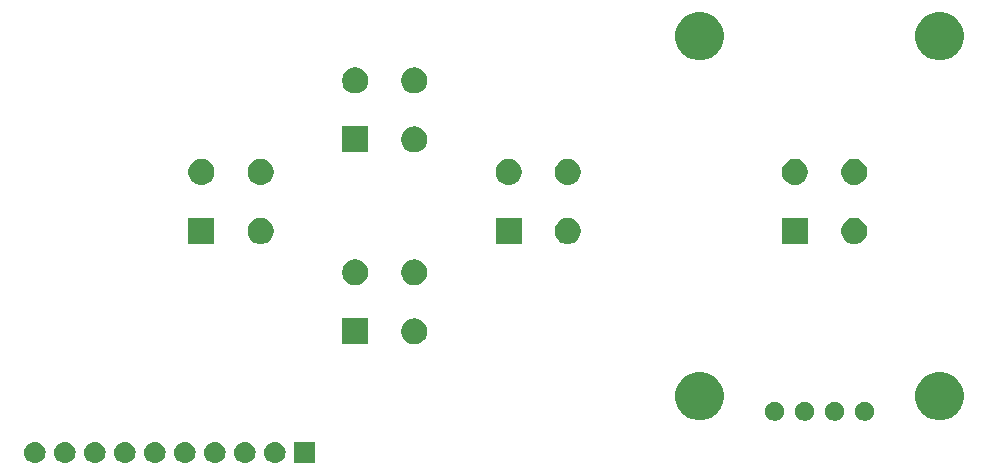
<source format=gts>
G04 #@! TF.GenerationSoftware,KiCad,Pcbnew,(5.1.4-0)*
G04 #@! TF.CreationDate,2019-11-11T14:47:22+00:00*
G04 #@! TF.ProjectId,2M_DRA818V_Transceiver_Buttons,324d5f44-5241-4383-9138-565f5472616e,rev?*
G04 #@! TF.SameCoordinates,Original*
G04 #@! TF.FileFunction,Soldermask,Top*
G04 #@! TF.FilePolarity,Negative*
%FSLAX46Y46*%
G04 Gerber Fmt 4.6, Leading zero omitted, Abs format (unit mm)*
G04 Created by KiCad (PCBNEW (5.1.4-0)) date 2019-11-11 14:47:22*
%MOMM*%
%LPD*%
G04 APERTURE LIST*
%ADD10C,0.100000*%
G04 APERTURE END LIST*
D10*
G36*
X91901000Y-129651000D02*
G01*
X90099000Y-129651000D01*
X90099000Y-127849000D01*
X91901000Y-127849000D01*
X91901000Y-129651000D01*
X91901000Y-129651000D01*
G37*
G36*
X88570442Y-127855518D02*
G01*
X88636627Y-127862037D01*
X88806466Y-127913557D01*
X88962991Y-127997222D01*
X88998729Y-128026552D01*
X89100186Y-128109814D01*
X89183448Y-128211271D01*
X89212778Y-128247009D01*
X89296443Y-128403534D01*
X89347963Y-128573373D01*
X89365359Y-128750000D01*
X89347963Y-128926627D01*
X89296443Y-129096466D01*
X89212778Y-129252991D01*
X89183448Y-129288729D01*
X89100186Y-129390186D01*
X88998729Y-129473448D01*
X88962991Y-129502778D01*
X88806466Y-129586443D01*
X88636627Y-129637963D01*
X88570442Y-129644482D01*
X88504260Y-129651000D01*
X88415740Y-129651000D01*
X88349558Y-129644482D01*
X88283373Y-129637963D01*
X88113534Y-129586443D01*
X87957009Y-129502778D01*
X87921271Y-129473448D01*
X87819814Y-129390186D01*
X87736552Y-129288729D01*
X87707222Y-129252991D01*
X87623557Y-129096466D01*
X87572037Y-128926627D01*
X87554641Y-128750000D01*
X87572037Y-128573373D01*
X87623557Y-128403534D01*
X87707222Y-128247009D01*
X87736552Y-128211271D01*
X87819814Y-128109814D01*
X87921271Y-128026552D01*
X87957009Y-127997222D01*
X88113534Y-127913557D01*
X88283373Y-127862037D01*
X88349558Y-127855518D01*
X88415740Y-127849000D01*
X88504260Y-127849000D01*
X88570442Y-127855518D01*
X88570442Y-127855518D01*
G37*
G36*
X86030442Y-127855518D02*
G01*
X86096627Y-127862037D01*
X86266466Y-127913557D01*
X86422991Y-127997222D01*
X86458729Y-128026552D01*
X86560186Y-128109814D01*
X86643448Y-128211271D01*
X86672778Y-128247009D01*
X86756443Y-128403534D01*
X86807963Y-128573373D01*
X86825359Y-128750000D01*
X86807963Y-128926627D01*
X86756443Y-129096466D01*
X86672778Y-129252991D01*
X86643448Y-129288729D01*
X86560186Y-129390186D01*
X86458729Y-129473448D01*
X86422991Y-129502778D01*
X86266466Y-129586443D01*
X86096627Y-129637963D01*
X86030442Y-129644482D01*
X85964260Y-129651000D01*
X85875740Y-129651000D01*
X85809558Y-129644482D01*
X85743373Y-129637963D01*
X85573534Y-129586443D01*
X85417009Y-129502778D01*
X85381271Y-129473448D01*
X85279814Y-129390186D01*
X85196552Y-129288729D01*
X85167222Y-129252991D01*
X85083557Y-129096466D01*
X85032037Y-128926627D01*
X85014641Y-128750000D01*
X85032037Y-128573373D01*
X85083557Y-128403534D01*
X85167222Y-128247009D01*
X85196552Y-128211271D01*
X85279814Y-128109814D01*
X85381271Y-128026552D01*
X85417009Y-127997222D01*
X85573534Y-127913557D01*
X85743373Y-127862037D01*
X85809558Y-127855518D01*
X85875740Y-127849000D01*
X85964260Y-127849000D01*
X86030442Y-127855518D01*
X86030442Y-127855518D01*
G37*
G36*
X83490442Y-127855518D02*
G01*
X83556627Y-127862037D01*
X83726466Y-127913557D01*
X83882991Y-127997222D01*
X83918729Y-128026552D01*
X84020186Y-128109814D01*
X84103448Y-128211271D01*
X84132778Y-128247009D01*
X84216443Y-128403534D01*
X84267963Y-128573373D01*
X84285359Y-128750000D01*
X84267963Y-128926627D01*
X84216443Y-129096466D01*
X84132778Y-129252991D01*
X84103448Y-129288729D01*
X84020186Y-129390186D01*
X83918729Y-129473448D01*
X83882991Y-129502778D01*
X83726466Y-129586443D01*
X83556627Y-129637963D01*
X83490442Y-129644482D01*
X83424260Y-129651000D01*
X83335740Y-129651000D01*
X83269558Y-129644482D01*
X83203373Y-129637963D01*
X83033534Y-129586443D01*
X82877009Y-129502778D01*
X82841271Y-129473448D01*
X82739814Y-129390186D01*
X82656552Y-129288729D01*
X82627222Y-129252991D01*
X82543557Y-129096466D01*
X82492037Y-128926627D01*
X82474641Y-128750000D01*
X82492037Y-128573373D01*
X82543557Y-128403534D01*
X82627222Y-128247009D01*
X82656552Y-128211271D01*
X82739814Y-128109814D01*
X82841271Y-128026552D01*
X82877009Y-127997222D01*
X83033534Y-127913557D01*
X83203373Y-127862037D01*
X83269558Y-127855518D01*
X83335740Y-127849000D01*
X83424260Y-127849000D01*
X83490442Y-127855518D01*
X83490442Y-127855518D01*
G37*
G36*
X80950442Y-127855518D02*
G01*
X81016627Y-127862037D01*
X81186466Y-127913557D01*
X81342991Y-127997222D01*
X81378729Y-128026552D01*
X81480186Y-128109814D01*
X81563448Y-128211271D01*
X81592778Y-128247009D01*
X81676443Y-128403534D01*
X81727963Y-128573373D01*
X81745359Y-128750000D01*
X81727963Y-128926627D01*
X81676443Y-129096466D01*
X81592778Y-129252991D01*
X81563448Y-129288729D01*
X81480186Y-129390186D01*
X81378729Y-129473448D01*
X81342991Y-129502778D01*
X81186466Y-129586443D01*
X81016627Y-129637963D01*
X80950442Y-129644482D01*
X80884260Y-129651000D01*
X80795740Y-129651000D01*
X80729558Y-129644482D01*
X80663373Y-129637963D01*
X80493534Y-129586443D01*
X80337009Y-129502778D01*
X80301271Y-129473448D01*
X80199814Y-129390186D01*
X80116552Y-129288729D01*
X80087222Y-129252991D01*
X80003557Y-129096466D01*
X79952037Y-128926627D01*
X79934641Y-128750000D01*
X79952037Y-128573373D01*
X80003557Y-128403534D01*
X80087222Y-128247009D01*
X80116552Y-128211271D01*
X80199814Y-128109814D01*
X80301271Y-128026552D01*
X80337009Y-127997222D01*
X80493534Y-127913557D01*
X80663373Y-127862037D01*
X80729558Y-127855518D01*
X80795740Y-127849000D01*
X80884260Y-127849000D01*
X80950442Y-127855518D01*
X80950442Y-127855518D01*
G37*
G36*
X78410442Y-127855518D02*
G01*
X78476627Y-127862037D01*
X78646466Y-127913557D01*
X78802991Y-127997222D01*
X78838729Y-128026552D01*
X78940186Y-128109814D01*
X79023448Y-128211271D01*
X79052778Y-128247009D01*
X79136443Y-128403534D01*
X79187963Y-128573373D01*
X79205359Y-128750000D01*
X79187963Y-128926627D01*
X79136443Y-129096466D01*
X79052778Y-129252991D01*
X79023448Y-129288729D01*
X78940186Y-129390186D01*
X78838729Y-129473448D01*
X78802991Y-129502778D01*
X78646466Y-129586443D01*
X78476627Y-129637963D01*
X78410442Y-129644482D01*
X78344260Y-129651000D01*
X78255740Y-129651000D01*
X78189558Y-129644482D01*
X78123373Y-129637963D01*
X77953534Y-129586443D01*
X77797009Y-129502778D01*
X77761271Y-129473448D01*
X77659814Y-129390186D01*
X77576552Y-129288729D01*
X77547222Y-129252991D01*
X77463557Y-129096466D01*
X77412037Y-128926627D01*
X77394641Y-128750000D01*
X77412037Y-128573373D01*
X77463557Y-128403534D01*
X77547222Y-128247009D01*
X77576552Y-128211271D01*
X77659814Y-128109814D01*
X77761271Y-128026552D01*
X77797009Y-127997222D01*
X77953534Y-127913557D01*
X78123373Y-127862037D01*
X78189558Y-127855518D01*
X78255740Y-127849000D01*
X78344260Y-127849000D01*
X78410442Y-127855518D01*
X78410442Y-127855518D01*
G37*
G36*
X75870442Y-127855518D02*
G01*
X75936627Y-127862037D01*
X76106466Y-127913557D01*
X76262991Y-127997222D01*
X76298729Y-128026552D01*
X76400186Y-128109814D01*
X76483448Y-128211271D01*
X76512778Y-128247009D01*
X76596443Y-128403534D01*
X76647963Y-128573373D01*
X76665359Y-128750000D01*
X76647963Y-128926627D01*
X76596443Y-129096466D01*
X76512778Y-129252991D01*
X76483448Y-129288729D01*
X76400186Y-129390186D01*
X76298729Y-129473448D01*
X76262991Y-129502778D01*
X76106466Y-129586443D01*
X75936627Y-129637963D01*
X75870442Y-129644482D01*
X75804260Y-129651000D01*
X75715740Y-129651000D01*
X75649558Y-129644482D01*
X75583373Y-129637963D01*
X75413534Y-129586443D01*
X75257009Y-129502778D01*
X75221271Y-129473448D01*
X75119814Y-129390186D01*
X75036552Y-129288729D01*
X75007222Y-129252991D01*
X74923557Y-129096466D01*
X74872037Y-128926627D01*
X74854641Y-128750000D01*
X74872037Y-128573373D01*
X74923557Y-128403534D01*
X75007222Y-128247009D01*
X75036552Y-128211271D01*
X75119814Y-128109814D01*
X75221271Y-128026552D01*
X75257009Y-127997222D01*
X75413534Y-127913557D01*
X75583373Y-127862037D01*
X75649558Y-127855518D01*
X75715740Y-127849000D01*
X75804260Y-127849000D01*
X75870442Y-127855518D01*
X75870442Y-127855518D01*
G37*
G36*
X73330442Y-127855518D02*
G01*
X73396627Y-127862037D01*
X73566466Y-127913557D01*
X73722991Y-127997222D01*
X73758729Y-128026552D01*
X73860186Y-128109814D01*
X73943448Y-128211271D01*
X73972778Y-128247009D01*
X74056443Y-128403534D01*
X74107963Y-128573373D01*
X74125359Y-128750000D01*
X74107963Y-128926627D01*
X74056443Y-129096466D01*
X73972778Y-129252991D01*
X73943448Y-129288729D01*
X73860186Y-129390186D01*
X73758729Y-129473448D01*
X73722991Y-129502778D01*
X73566466Y-129586443D01*
X73396627Y-129637963D01*
X73330442Y-129644482D01*
X73264260Y-129651000D01*
X73175740Y-129651000D01*
X73109558Y-129644482D01*
X73043373Y-129637963D01*
X72873534Y-129586443D01*
X72717009Y-129502778D01*
X72681271Y-129473448D01*
X72579814Y-129390186D01*
X72496552Y-129288729D01*
X72467222Y-129252991D01*
X72383557Y-129096466D01*
X72332037Y-128926627D01*
X72314641Y-128750000D01*
X72332037Y-128573373D01*
X72383557Y-128403534D01*
X72467222Y-128247009D01*
X72496552Y-128211271D01*
X72579814Y-128109814D01*
X72681271Y-128026552D01*
X72717009Y-127997222D01*
X72873534Y-127913557D01*
X73043373Y-127862037D01*
X73109558Y-127855518D01*
X73175740Y-127849000D01*
X73264260Y-127849000D01*
X73330442Y-127855518D01*
X73330442Y-127855518D01*
G37*
G36*
X70790442Y-127855518D02*
G01*
X70856627Y-127862037D01*
X71026466Y-127913557D01*
X71182991Y-127997222D01*
X71218729Y-128026552D01*
X71320186Y-128109814D01*
X71403448Y-128211271D01*
X71432778Y-128247009D01*
X71516443Y-128403534D01*
X71567963Y-128573373D01*
X71585359Y-128750000D01*
X71567963Y-128926627D01*
X71516443Y-129096466D01*
X71432778Y-129252991D01*
X71403448Y-129288729D01*
X71320186Y-129390186D01*
X71218729Y-129473448D01*
X71182991Y-129502778D01*
X71026466Y-129586443D01*
X70856627Y-129637963D01*
X70790442Y-129644482D01*
X70724260Y-129651000D01*
X70635740Y-129651000D01*
X70569558Y-129644482D01*
X70503373Y-129637963D01*
X70333534Y-129586443D01*
X70177009Y-129502778D01*
X70141271Y-129473448D01*
X70039814Y-129390186D01*
X69956552Y-129288729D01*
X69927222Y-129252991D01*
X69843557Y-129096466D01*
X69792037Y-128926627D01*
X69774641Y-128750000D01*
X69792037Y-128573373D01*
X69843557Y-128403534D01*
X69927222Y-128247009D01*
X69956552Y-128211271D01*
X70039814Y-128109814D01*
X70141271Y-128026552D01*
X70177009Y-127997222D01*
X70333534Y-127913557D01*
X70503373Y-127862037D01*
X70569558Y-127855518D01*
X70635740Y-127849000D01*
X70724260Y-127849000D01*
X70790442Y-127855518D01*
X70790442Y-127855518D01*
G37*
G36*
X68250442Y-127855518D02*
G01*
X68316627Y-127862037D01*
X68486466Y-127913557D01*
X68642991Y-127997222D01*
X68678729Y-128026552D01*
X68780186Y-128109814D01*
X68863448Y-128211271D01*
X68892778Y-128247009D01*
X68976443Y-128403534D01*
X69027963Y-128573373D01*
X69045359Y-128750000D01*
X69027963Y-128926627D01*
X68976443Y-129096466D01*
X68892778Y-129252991D01*
X68863448Y-129288729D01*
X68780186Y-129390186D01*
X68678729Y-129473448D01*
X68642991Y-129502778D01*
X68486466Y-129586443D01*
X68316627Y-129637963D01*
X68250442Y-129644482D01*
X68184260Y-129651000D01*
X68095740Y-129651000D01*
X68029558Y-129644482D01*
X67963373Y-129637963D01*
X67793534Y-129586443D01*
X67637009Y-129502778D01*
X67601271Y-129473448D01*
X67499814Y-129390186D01*
X67416552Y-129288729D01*
X67387222Y-129252991D01*
X67303557Y-129096466D01*
X67252037Y-128926627D01*
X67234641Y-128750000D01*
X67252037Y-128573373D01*
X67303557Y-128403534D01*
X67387222Y-128247009D01*
X67416552Y-128211271D01*
X67499814Y-128109814D01*
X67601271Y-128026552D01*
X67637009Y-127997222D01*
X67793534Y-127913557D01*
X67963373Y-127862037D01*
X68029558Y-127855518D01*
X68095740Y-127849000D01*
X68184260Y-127849000D01*
X68250442Y-127855518D01*
X68250442Y-127855518D01*
G37*
G36*
X138637142Y-124468242D02*
G01*
X138785101Y-124529529D01*
X138918255Y-124618499D01*
X139031501Y-124731745D01*
X139120471Y-124864899D01*
X139181758Y-125012858D01*
X139213000Y-125169925D01*
X139213000Y-125330075D01*
X139181758Y-125487142D01*
X139120471Y-125635101D01*
X139031501Y-125768255D01*
X138918255Y-125881501D01*
X138785101Y-125970471D01*
X138637142Y-126031758D01*
X138480075Y-126063000D01*
X138319925Y-126063000D01*
X138162858Y-126031758D01*
X138014899Y-125970471D01*
X137881745Y-125881501D01*
X137768499Y-125768255D01*
X137679529Y-125635101D01*
X137618242Y-125487142D01*
X137587000Y-125330075D01*
X137587000Y-125169925D01*
X137618242Y-125012858D01*
X137679529Y-124864899D01*
X137768499Y-124731745D01*
X137881745Y-124618499D01*
X138014899Y-124529529D01*
X138162858Y-124468242D01*
X138319925Y-124437000D01*
X138480075Y-124437000D01*
X138637142Y-124468242D01*
X138637142Y-124468242D01*
G37*
G36*
X136097142Y-124468242D02*
G01*
X136245101Y-124529529D01*
X136378255Y-124618499D01*
X136491501Y-124731745D01*
X136580471Y-124864899D01*
X136641758Y-125012858D01*
X136673000Y-125169925D01*
X136673000Y-125330075D01*
X136641758Y-125487142D01*
X136580471Y-125635101D01*
X136491501Y-125768255D01*
X136378255Y-125881501D01*
X136245101Y-125970471D01*
X136097142Y-126031758D01*
X135940075Y-126063000D01*
X135779925Y-126063000D01*
X135622858Y-126031758D01*
X135474899Y-125970471D01*
X135341745Y-125881501D01*
X135228499Y-125768255D01*
X135139529Y-125635101D01*
X135078242Y-125487142D01*
X135047000Y-125330075D01*
X135047000Y-125169925D01*
X135078242Y-125012858D01*
X135139529Y-124864899D01*
X135228499Y-124731745D01*
X135341745Y-124618499D01*
X135474899Y-124529529D01*
X135622858Y-124468242D01*
X135779925Y-124437000D01*
X135940075Y-124437000D01*
X136097142Y-124468242D01*
X136097142Y-124468242D01*
G37*
G36*
X133557142Y-124468242D02*
G01*
X133705101Y-124529529D01*
X133838255Y-124618499D01*
X133951501Y-124731745D01*
X134040471Y-124864899D01*
X134101758Y-125012858D01*
X134133000Y-125169925D01*
X134133000Y-125330075D01*
X134101758Y-125487142D01*
X134040471Y-125635101D01*
X133951501Y-125768255D01*
X133838255Y-125881501D01*
X133705101Y-125970471D01*
X133557142Y-126031758D01*
X133400075Y-126063000D01*
X133239925Y-126063000D01*
X133082858Y-126031758D01*
X132934899Y-125970471D01*
X132801745Y-125881501D01*
X132688499Y-125768255D01*
X132599529Y-125635101D01*
X132538242Y-125487142D01*
X132507000Y-125330075D01*
X132507000Y-125169925D01*
X132538242Y-125012858D01*
X132599529Y-124864899D01*
X132688499Y-124731745D01*
X132801745Y-124618499D01*
X132934899Y-124529529D01*
X133082858Y-124468242D01*
X133239925Y-124437000D01*
X133400075Y-124437000D01*
X133557142Y-124468242D01*
X133557142Y-124468242D01*
G37*
G36*
X131017142Y-124468242D02*
G01*
X131165101Y-124529529D01*
X131298255Y-124618499D01*
X131411501Y-124731745D01*
X131500471Y-124864899D01*
X131561758Y-125012858D01*
X131593000Y-125169925D01*
X131593000Y-125330075D01*
X131561758Y-125487142D01*
X131500471Y-125635101D01*
X131411501Y-125768255D01*
X131298255Y-125881501D01*
X131165101Y-125970471D01*
X131017142Y-126031758D01*
X130860075Y-126063000D01*
X130699925Y-126063000D01*
X130542858Y-126031758D01*
X130394899Y-125970471D01*
X130261745Y-125881501D01*
X130148499Y-125768255D01*
X130059529Y-125635101D01*
X129998242Y-125487142D01*
X129967000Y-125330075D01*
X129967000Y-125169925D01*
X129998242Y-125012858D01*
X130059529Y-124864899D01*
X130148499Y-124731745D01*
X130261745Y-124618499D01*
X130394899Y-124529529D01*
X130542858Y-124468242D01*
X130699925Y-124437000D01*
X130860075Y-124437000D01*
X131017142Y-124468242D01*
X131017142Y-124468242D01*
G37*
G36*
X145348254Y-122007818D02*
G01*
X145721511Y-122162426D01*
X145721513Y-122162427D01*
X146057436Y-122386884D01*
X146343116Y-122672564D01*
X146567574Y-123008489D01*
X146722182Y-123381746D01*
X146801000Y-123777993D01*
X146801000Y-124182007D01*
X146722182Y-124578254D01*
X146658604Y-124731745D01*
X146567573Y-124951513D01*
X146343116Y-125287436D01*
X146057436Y-125573116D01*
X145721513Y-125797573D01*
X145721512Y-125797574D01*
X145721511Y-125797574D01*
X145348254Y-125952182D01*
X144952007Y-126031000D01*
X144547993Y-126031000D01*
X144151746Y-125952182D01*
X143778489Y-125797574D01*
X143778488Y-125797574D01*
X143778487Y-125797573D01*
X143442564Y-125573116D01*
X143156884Y-125287436D01*
X142932427Y-124951513D01*
X142841396Y-124731745D01*
X142777818Y-124578254D01*
X142699000Y-124182007D01*
X142699000Y-123777993D01*
X142777818Y-123381746D01*
X142932426Y-123008489D01*
X143156884Y-122672564D01*
X143442564Y-122386884D01*
X143778487Y-122162427D01*
X143778489Y-122162426D01*
X144151746Y-122007818D01*
X144547993Y-121929000D01*
X144952007Y-121929000D01*
X145348254Y-122007818D01*
X145348254Y-122007818D01*
G37*
G36*
X125028254Y-122007818D02*
G01*
X125401511Y-122162426D01*
X125401513Y-122162427D01*
X125737436Y-122386884D01*
X126023116Y-122672564D01*
X126247574Y-123008489D01*
X126402182Y-123381746D01*
X126481000Y-123777993D01*
X126481000Y-124182007D01*
X126402182Y-124578254D01*
X126338604Y-124731745D01*
X126247573Y-124951513D01*
X126023116Y-125287436D01*
X125737436Y-125573116D01*
X125401513Y-125797573D01*
X125401512Y-125797574D01*
X125401511Y-125797574D01*
X125028254Y-125952182D01*
X124632007Y-126031000D01*
X124227993Y-126031000D01*
X123831746Y-125952182D01*
X123458489Y-125797574D01*
X123458488Y-125797574D01*
X123458487Y-125797573D01*
X123122564Y-125573116D01*
X122836884Y-125287436D01*
X122612427Y-124951513D01*
X122521396Y-124731745D01*
X122457818Y-124578254D01*
X122379000Y-124182007D01*
X122379000Y-123777993D01*
X122457818Y-123381746D01*
X122612426Y-123008489D01*
X122836884Y-122672564D01*
X123122564Y-122386884D01*
X123458487Y-122162427D01*
X123458489Y-122162426D01*
X123831746Y-122007818D01*
X124227993Y-121929000D01*
X124632007Y-121929000D01*
X125028254Y-122007818D01*
X125028254Y-122007818D01*
G37*
G36*
X96351000Y-119601000D02*
G01*
X94149000Y-119601000D01*
X94149000Y-117399000D01*
X96351000Y-117399000D01*
X96351000Y-119601000D01*
X96351000Y-119601000D01*
G37*
G36*
X100464795Y-117420156D02*
G01*
X100571150Y-117441311D01*
X100771520Y-117524307D01*
X100951844Y-117644795D01*
X101105205Y-117798156D01*
X101225693Y-117978480D01*
X101308689Y-118178851D01*
X101351000Y-118391560D01*
X101351000Y-118608440D01*
X101308689Y-118821149D01*
X101225693Y-119021520D01*
X101105205Y-119201844D01*
X100951844Y-119355205D01*
X100771520Y-119475693D01*
X100671334Y-119517191D01*
X100571150Y-119558689D01*
X100464795Y-119579844D01*
X100358440Y-119601000D01*
X100141560Y-119601000D01*
X100035205Y-119579844D01*
X99928850Y-119558689D01*
X99828666Y-119517191D01*
X99728480Y-119475693D01*
X99548156Y-119355205D01*
X99394795Y-119201844D01*
X99274307Y-119021520D01*
X99191311Y-118821149D01*
X99149000Y-118608440D01*
X99149000Y-118391560D01*
X99191311Y-118178851D01*
X99274307Y-117978480D01*
X99394795Y-117798156D01*
X99548156Y-117644795D01*
X99728480Y-117524307D01*
X99928850Y-117441311D01*
X100035205Y-117420156D01*
X100141560Y-117399000D01*
X100358440Y-117399000D01*
X100464795Y-117420156D01*
X100464795Y-117420156D01*
G37*
G36*
X100464795Y-112420156D02*
G01*
X100571150Y-112441311D01*
X100671334Y-112482809D01*
X100771520Y-112524307D01*
X100951844Y-112644795D01*
X101105205Y-112798156D01*
X101225693Y-112978480D01*
X101308689Y-113178851D01*
X101351000Y-113391560D01*
X101351000Y-113608440D01*
X101308689Y-113821149D01*
X101225693Y-114021520D01*
X101105205Y-114201844D01*
X100951844Y-114355205D01*
X100771520Y-114475693D01*
X100571150Y-114558689D01*
X100464794Y-114579845D01*
X100358440Y-114601000D01*
X100141560Y-114601000D01*
X100035206Y-114579845D01*
X99928850Y-114558689D01*
X99728480Y-114475693D01*
X99548156Y-114355205D01*
X99394795Y-114201844D01*
X99274307Y-114021520D01*
X99191311Y-113821149D01*
X99149000Y-113608440D01*
X99149000Y-113391560D01*
X99191311Y-113178851D01*
X99274307Y-112978480D01*
X99394795Y-112798156D01*
X99548156Y-112644795D01*
X99728480Y-112524307D01*
X99828666Y-112482809D01*
X99928850Y-112441311D01*
X100035205Y-112420156D01*
X100141560Y-112399000D01*
X100358440Y-112399000D01*
X100464795Y-112420156D01*
X100464795Y-112420156D01*
G37*
G36*
X95464795Y-112420156D02*
G01*
X95571150Y-112441311D01*
X95671334Y-112482809D01*
X95771520Y-112524307D01*
X95951844Y-112644795D01*
X96105205Y-112798156D01*
X96225693Y-112978480D01*
X96308689Y-113178851D01*
X96351000Y-113391560D01*
X96351000Y-113608440D01*
X96308689Y-113821149D01*
X96225693Y-114021520D01*
X96105205Y-114201844D01*
X95951844Y-114355205D01*
X95771520Y-114475693D01*
X95571150Y-114558689D01*
X95464794Y-114579845D01*
X95358440Y-114601000D01*
X95141560Y-114601000D01*
X95035206Y-114579845D01*
X94928850Y-114558689D01*
X94728480Y-114475693D01*
X94548156Y-114355205D01*
X94394795Y-114201844D01*
X94274307Y-114021520D01*
X94191311Y-113821149D01*
X94149000Y-113608440D01*
X94149000Y-113391560D01*
X94191311Y-113178851D01*
X94274307Y-112978480D01*
X94394795Y-112798156D01*
X94548156Y-112644795D01*
X94728480Y-112524307D01*
X94828666Y-112482809D01*
X94928850Y-112441311D01*
X95035205Y-112420156D01*
X95141560Y-112399000D01*
X95358440Y-112399000D01*
X95464795Y-112420156D01*
X95464795Y-112420156D01*
G37*
G36*
X137714795Y-108920156D02*
G01*
X137821150Y-108941311D01*
X138021520Y-109024307D01*
X138201844Y-109144795D01*
X138355205Y-109298156D01*
X138475693Y-109478480D01*
X138558689Y-109678851D01*
X138601000Y-109891560D01*
X138601000Y-110108440D01*
X138558689Y-110321149D01*
X138475693Y-110521520D01*
X138355205Y-110701844D01*
X138201844Y-110855205D01*
X138021520Y-110975693D01*
X137921334Y-111017191D01*
X137821150Y-111058689D01*
X137714794Y-111079845D01*
X137608440Y-111101000D01*
X137391560Y-111101000D01*
X137285206Y-111079845D01*
X137178850Y-111058689D01*
X136978480Y-110975693D01*
X136798156Y-110855205D01*
X136644795Y-110701844D01*
X136524307Y-110521520D01*
X136441311Y-110321149D01*
X136399000Y-110108440D01*
X136399000Y-109891560D01*
X136441311Y-109678851D01*
X136524307Y-109478480D01*
X136644795Y-109298156D01*
X136798156Y-109144795D01*
X136978480Y-109024307D01*
X137178850Y-108941311D01*
X137285205Y-108920156D01*
X137391560Y-108899000D01*
X137608440Y-108899000D01*
X137714795Y-108920156D01*
X137714795Y-108920156D01*
G37*
G36*
X83351000Y-111101000D02*
G01*
X81149000Y-111101000D01*
X81149000Y-108899000D01*
X83351000Y-108899000D01*
X83351000Y-111101000D01*
X83351000Y-111101000D01*
G37*
G36*
X87464795Y-108920156D02*
G01*
X87571150Y-108941311D01*
X87771520Y-109024307D01*
X87951844Y-109144795D01*
X88105205Y-109298156D01*
X88225693Y-109478480D01*
X88308689Y-109678851D01*
X88351000Y-109891560D01*
X88351000Y-110108440D01*
X88308689Y-110321149D01*
X88225693Y-110521520D01*
X88105205Y-110701844D01*
X87951844Y-110855205D01*
X87771520Y-110975693D01*
X87671334Y-111017191D01*
X87571150Y-111058689D01*
X87464794Y-111079845D01*
X87358440Y-111101000D01*
X87141560Y-111101000D01*
X87035206Y-111079845D01*
X86928850Y-111058689D01*
X86728480Y-110975693D01*
X86548156Y-110855205D01*
X86394795Y-110701844D01*
X86274307Y-110521520D01*
X86191311Y-110321149D01*
X86149000Y-110108440D01*
X86149000Y-109891560D01*
X86191311Y-109678851D01*
X86274307Y-109478480D01*
X86394795Y-109298156D01*
X86548156Y-109144795D01*
X86728480Y-109024307D01*
X86928850Y-108941311D01*
X87035205Y-108920156D01*
X87141560Y-108899000D01*
X87358440Y-108899000D01*
X87464795Y-108920156D01*
X87464795Y-108920156D01*
G37*
G36*
X109351000Y-111101000D02*
G01*
X107149000Y-111101000D01*
X107149000Y-108899000D01*
X109351000Y-108899000D01*
X109351000Y-111101000D01*
X109351000Y-111101000D01*
G37*
G36*
X113464795Y-108920156D02*
G01*
X113571150Y-108941311D01*
X113771520Y-109024307D01*
X113951844Y-109144795D01*
X114105205Y-109298156D01*
X114225693Y-109478480D01*
X114308689Y-109678851D01*
X114351000Y-109891560D01*
X114351000Y-110108440D01*
X114308689Y-110321149D01*
X114225693Y-110521520D01*
X114105205Y-110701844D01*
X113951844Y-110855205D01*
X113771520Y-110975693D01*
X113671334Y-111017191D01*
X113571150Y-111058689D01*
X113464794Y-111079845D01*
X113358440Y-111101000D01*
X113141560Y-111101000D01*
X113035206Y-111079845D01*
X112928850Y-111058689D01*
X112728480Y-110975693D01*
X112548156Y-110855205D01*
X112394795Y-110701844D01*
X112274307Y-110521520D01*
X112191311Y-110321149D01*
X112149000Y-110108440D01*
X112149000Y-109891560D01*
X112191311Y-109678851D01*
X112274307Y-109478480D01*
X112394795Y-109298156D01*
X112548156Y-109144795D01*
X112728480Y-109024307D01*
X112928850Y-108941311D01*
X113035205Y-108920156D01*
X113141560Y-108899000D01*
X113358440Y-108899000D01*
X113464795Y-108920156D01*
X113464795Y-108920156D01*
G37*
G36*
X133601000Y-111101000D02*
G01*
X131399000Y-111101000D01*
X131399000Y-108899000D01*
X133601000Y-108899000D01*
X133601000Y-111101000D01*
X133601000Y-111101000D01*
G37*
G36*
X113464795Y-103920156D02*
G01*
X113571150Y-103941311D01*
X113771520Y-104024307D01*
X113951844Y-104144795D01*
X114105205Y-104298156D01*
X114225693Y-104478480D01*
X114308689Y-104678851D01*
X114351000Y-104891560D01*
X114351000Y-105108440D01*
X114308689Y-105321149D01*
X114225693Y-105521520D01*
X114105205Y-105701844D01*
X113951844Y-105855205D01*
X113771520Y-105975693D01*
X113671334Y-106017191D01*
X113571150Y-106058689D01*
X113464794Y-106079845D01*
X113358440Y-106101000D01*
X113141560Y-106101000D01*
X113035206Y-106079845D01*
X112928850Y-106058689D01*
X112828666Y-106017191D01*
X112728480Y-105975693D01*
X112548156Y-105855205D01*
X112394795Y-105701844D01*
X112274307Y-105521520D01*
X112191311Y-105321149D01*
X112149000Y-105108440D01*
X112149000Y-104891560D01*
X112191311Y-104678851D01*
X112274307Y-104478480D01*
X112394795Y-104298156D01*
X112548156Y-104144795D01*
X112728480Y-104024307D01*
X112928850Y-103941311D01*
X113035205Y-103920156D01*
X113141560Y-103899000D01*
X113358440Y-103899000D01*
X113464795Y-103920156D01*
X113464795Y-103920156D01*
G37*
G36*
X108464795Y-103920156D02*
G01*
X108571150Y-103941311D01*
X108771520Y-104024307D01*
X108951844Y-104144795D01*
X109105205Y-104298156D01*
X109225693Y-104478480D01*
X109308689Y-104678851D01*
X109351000Y-104891560D01*
X109351000Y-105108440D01*
X109308689Y-105321149D01*
X109225693Y-105521520D01*
X109105205Y-105701844D01*
X108951844Y-105855205D01*
X108771520Y-105975693D01*
X108671334Y-106017191D01*
X108571150Y-106058689D01*
X108464794Y-106079845D01*
X108358440Y-106101000D01*
X108141560Y-106101000D01*
X108035206Y-106079845D01*
X107928850Y-106058689D01*
X107828666Y-106017191D01*
X107728480Y-105975693D01*
X107548156Y-105855205D01*
X107394795Y-105701844D01*
X107274307Y-105521520D01*
X107191311Y-105321149D01*
X107149000Y-105108440D01*
X107149000Y-104891560D01*
X107191311Y-104678851D01*
X107274307Y-104478480D01*
X107394795Y-104298156D01*
X107548156Y-104144795D01*
X107728480Y-104024307D01*
X107928850Y-103941311D01*
X108035205Y-103920156D01*
X108141560Y-103899000D01*
X108358440Y-103899000D01*
X108464795Y-103920156D01*
X108464795Y-103920156D01*
G37*
G36*
X82464795Y-103920156D02*
G01*
X82571150Y-103941311D01*
X82771520Y-104024307D01*
X82951844Y-104144795D01*
X83105205Y-104298156D01*
X83225693Y-104478480D01*
X83308689Y-104678851D01*
X83351000Y-104891560D01*
X83351000Y-105108440D01*
X83308689Y-105321149D01*
X83225693Y-105521520D01*
X83105205Y-105701844D01*
X82951844Y-105855205D01*
X82771520Y-105975693D01*
X82671334Y-106017191D01*
X82571150Y-106058689D01*
X82464794Y-106079845D01*
X82358440Y-106101000D01*
X82141560Y-106101000D01*
X82035206Y-106079845D01*
X81928850Y-106058689D01*
X81828666Y-106017191D01*
X81728480Y-105975693D01*
X81548156Y-105855205D01*
X81394795Y-105701844D01*
X81274307Y-105521520D01*
X81191311Y-105321149D01*
X81149000Y-105108440D01*
X81149000Y-104891560D01*
X81191311Y-104678851D01*
X81274307Y-104478480D01*
X81394795Y-104298156D01*
X81548156Y-104144795D01*
X81728480Y-104024307D01*
X81928850Y-103941311D01*
X82035205Y-103920156D01*
X82141560Y-103899000D01*
X82358440Y-103899000D01*
X82464795Y-103920156D01*
X82464795Y-103920156D01*
G37*
G36*
X137714795Y-103920156D02*
G01*
X137821150Y-103941311D01*
X138021520Y-104024307D01*
X138201844Y-104144795D01*
X138355205Y-104298156D01*
X138475693Y-104478480D01*
X138558689Y-104678851D01*
X138601000Y-104891560D01*
X138601000Y-105108440D01*
X138558689Y-105321149D01*
X138475693Y-105521520D01*
X138355205Y-105701844D01*
X138201844Y-105855205D01*
X138021520Y-105975693D01*
X137921334Y-106017191D01*
X137821150Y-106058689D01*
X137714794Y-106079845D01*
X137608440Y-106101000D01*
X137391560Y-106101000D01*
X137285206Y-106079845D01*
X137178850Y-106058689D01*
X137078666Y-106017191D01*
X136978480Y-105975693D01*
X136798156Y-105855205D01*
X136644795Y-105701844D01*
X136524307Y-105521520D01*
X136441311Y-105321149D01*
X136399000Y-105108440D01*
X136399000Y-104891560D01*
X136441311Y-104678851D01*
X136524307Y-104478480D01*
X136644795Y-104298156D01*
X136798156Y-104144795D01*
X136978480Y-104024307D01*
X137178850Y-103941311D01*
X137285205Y-103920156D01*
X137391560Y-103899000D01*
X137608440Y-103899000D01*
X137714795Y-103920156D01*
X137714795Y-103920156D01*
G37*
G36*
X132714795Y-103920156D02*
G01*
X132821150Y-103941311D01*
X133021520Y-104024307D01*
X133201844Y-104144795D01*
X133355205Y-104298156D01*
X133475693Y-104478480D01*
X133558689Y-104678851D01*
X133601000Y-104891560D01*
X133601000Y-105108440D01*
X133558689Y-105321149D01*
X133475693Y-105521520D01*
X133355205Y-105701844D01*
X133201844Y-105855205D01*
X133021520Y-105975693D01*
X132921334Y-106017191D01*
X132821150Y-106058689D01*
X132714794Y-106079845D01*
X132608440Y-106101000D01*
X132391560Y-106101000D01*
X132285206Y-106079845D01*
X132178850Y-106058689D01*
X132078666Y-106017191D01*
X131978480Y-105975693D01*
X131798156Y-105855205D01*
X131644795Y-105701844D01*
X131524307Y-105521520D01*
X131441311Y-105321149D01*
X131399000Y-105108440D01*
X131399000Y-104891560D01*
X131441311Y-104678851D01*
X131524307Y-104478480D01*
X131644795Y-104298156D01*
X131798156Y-104144795D01*
X131978480Y-104024307D01*
X132178850Y-103941311D01*
X132285205Y-103920156D01*
X132391560Y-103899000D01*
X132608440Y-103899000D01*
X132714795Y-103920156D01*
X132714795Y-103920156D01*
G37*
G36*
X87464795Y-103920156D02*
G01*
X87571150Y-103941311D01*
X87771520Y-104024307D01*
X87951844Y-104144795D01*
X88105205Y-104298156D01*
X88225693Y-104478480D01*
X88308689Y-104678851D01*
X88351000Y-104891560D01*
X88351000Y-105108440D01*
X88308689Y-105321149D01*
X88225693Y-105521520D01*
X88105205Y-105701844D01*
X87951844Y-105855205D01*
X87771520Y-105975693D01*
X87671334Y-106017191D01*
X87571150Y-106058689D01*
X87464794Y-106079845D01*
X87358440Y-106101000D01*
X87141560Y-106101000D01*
X87035206Y-106079845D01*
X86928850Y-106058689D01*
X86828666Y-106017191D01*
X86728480Y-105975693D01*
X86548156Y-105855205D01*
X86394795Y-105701844D01*
X86274307Y-105521520D01*
X86191311Y-105321149D01*
X86149000Y-105108440D01*
X86149000Y-104891560D01*
X86191311Y-104678851D01*
X86274307Y-104478480D01*
X86394795Y-104298156D01*
X86548156Y-104144795D01*
X86728480Y-104024307D01*
X86928850Y-103941311D01*
X87035205Y-103920156D01*
X87141560Y-103899000D01*
X87358440Y-103899000D01*
X87464795Y-103920156D01*
X87464795Y-103920156D01*
G37*
G36*
X100464795Y-101170156D02*
G01*
X100571150Y-101191311D01*
X100671334Y-101232809D01*
X100771520Y-101274307D01*
X100951844Y-101394795D01*
X101105205Y-101548156D01*
X101225693Y-101728480D01*
X101308689Y-101928851D01*
X101351000Y-102141560D01*
X101351000Y-102358440D01*
X101308689Y-102571149D01*
X101225693Y-102771520D01*
X101105205Y-102951844D01*
X100951844Y-103105205D01*
X100771520Y-103225693D01*
X100671334Y-103267191D01*
X100571150Y-103308689D01*
X100464794Y-103329845D01*
X100358440Y-103351000D01*
X100141560Y-103351000D01*
X100035206Y-103329845D01*
X99928850Y-103308689D01*
X99828666Y-103267191D01*
X99728480Y-103225693D01*
X99548156Y-103105205D01*
X99394795Y-102951844D01*
X99274307Y-102771520D01*
X99191311Y-102571149D01*
X99149000Y-102358440D01*
X99149000Y-102141560D01*
X99191311Y-101928851D01*
X99274307Y-101728480D01*
X99394795Y-101548156D01*
X99548156Y-101394795D01*
X99728480Y-101274307D01*
X99828666Y-101232809D01*
X99928850Y-101191311D01*
X100035206Y-101170155D01*
X100141560Y-101149000D01*
X100358440Y-101149000D01*
X100464795Y-101170156D01*
X100464795Y-101170156D01*
G37*
G36*
X96351000Y-103351000D02*
G01*
X94149000Y-103351000D01*
X94149000Y-101149000D01*
X96351000Y-101149000D01*
X96351000Y-103351000D01*
X96351000Y-103351000D01*
G37*
G36*
X95464795Y-96170156D02*
G01*
X95571150Y-96191311D01*
X95671334Y-96232809D01*
X95771520Y-96274307D01*
X95951844Y-96394795D01*
X96105205Y-96548156D01*
X96225693Y-96728480D01*
X96308689Y-96928851D01*
X96351000Y-97141560D01*
X96351000Y-97358440D01*
X96308689Y-97571149D01*
X96225693Y-97771520D01*
X96105205Y-97951844D01*
X95951844Y-98105205D01*
X95771520Y-98225693D01*
X95671334Y-98267191D01*
X95571150Y-98308689D01*
X95464794Y-98329845D01*
X95358440Y-98351000D01*
X95141560Y-98351000D01*
X95035206Y-98329845D01*
X94928850Y-98308689D01*
X94828666Y-98267191D01*
X94728480Y-98225693D01*
X94548156Y-98105205D01*
X94394795Y-97951844D01*
X94274307Y-97771520D01*
X94191311Y-97571149D01*
X94149000Y-97358440D01*
X94149000Y-97141560D01*
X94191311Y-96928851D01*
X94274307Y-96728480D01*
X94394795Y-96548156D01*
X94548156Y-96394795D01*
X94728480Y-96274307D01*
X94928850Y-96191311D01*
X95035205Y-96170156D01*
X95141560Y-96149000D01*
X95358440Y-96149000D01*
X95464795Y-96170156D01*
X95464795Y-96170156D01*
G37*
G36*
X100464795Y-96170156D02*
G01*
X100571150Y-96191311D01*
X100671334Y-96232809D01*
X100771520Y-96274307D01*
X100951844Y-96394795D01*
X101105205Y-96548156D01*
X101225693Y-96728480D01*
X101308689Y-96928851D01*
X101351000Y-97141560D01*
X101351000Y-97358440D01*
X101308689Y-97571149D01*
X101225693Y-97771520D01*
X101105205Y-97951844D01*
X100951844Y-98105205D01*
X100771520Y-98225693D01*
X100671334Y-98267191D01*
X100571150Y-98308689D01*
X100464794Y-98329845D01*
X100358440Y-98351000D01*
X100141560Y-98351000D01*
X100035206Y-98329845D01*
X99928850Y-98308689D01*
X99828666Y-98267191D01*
X99728480Y-98225693D01*
X99548156Y-98105205D01*
X99394795Y-97951844D01*
X99274307Y-97771520D01*
X99191311Y-97571149D01*
X99149000Y-97358440D01*
X99149000Y-97141560D01*
X99191311Y-96928851D01*
X99274307Y-96728480D01*
X99394795Y-96548156D01*
X99548156Y-96394795D01*
X99728480Y-96274307D01*
X99928850Y-96191311D01*
X100035205Y-96170156D01*
X100141560Y-96149000D01*
X100358440Y-96149000D01*
X100464795Y-96170156D01*
X100464795Y-96170156D01*
G37*
G36*
X125028254Y-91527818D02*
G01*
X125401511Y-91682426D01*
X125401513Y-91682427D01*
X125737436Y-91906884D01*
X126023116Y-92192564D01*
X126247574Y-92528489D01*
X126402182Y-92901746D01*
X126481000Y-93297993D01*
X126481000Y-93702007D01*
X126402182Y-94098254D01*
X126247574Y-94471511D01*
X126247573Y-94471513D01*
X126023116Y-94807436D01*
X125737436Y-95093116D01*
X125401513Y-95317573D01*
X125401512Y-95317574D01*
X125401511Y-95317574D01*
X125028254Y-95472182D01*
X124632007Y-95551000D01*
X124227993Y-95551000D01*
X123831746Y-95472182D01*
X123458489Y-95317574D01*
X123458488Y-95317574D01*
X123458487Y-95317573D01*
X123122564Y-95093116D01*
X122836884Y-94807436D01*
X122612427Y-94471513D01*
X122612426Y-94471511D01*
X122457818Y-94098254D01*
X122379000Y-93702007D01*
X122379000Y-93297993D01*
X122457818Y-92901746D01*
X122612426Y-92528489D01*
X122836884Y-92192564D01*
X123122564Y-91906884D01*
X123458487Y-91682427D01*
X123458489Y-91682426D01*
X123831746Y-91527818D01*
X124227993Y-91449000D01*
X124632007Y-91449000D01*
X125028254Y-91527818D01*
X125028254Y-91527818D01*
G37*
G36*
X145348254Y-91527818D02*
G01*
X145721511Y-91682426D01*
X145721513Y-91682427D01*
X146057436Y-91906884D01*
X146343116Y-92192564D01*
X146567574Y-92528489D01*
X146722182Y-92901746D01*
X146801000Y-93297993D01*
X146801000Y-93702007D01*
X146722182Y-94098254D01*
X146567574Y-94471511D01*
X146567573Y-94471513D01*
X146343116Y-94807436D01*
X146057436Y-95093116D01*
X145721513Y-95317573D01*
X145721512Y-95317574D01*
X145721511Y-95317574D01*
X145348254Y-95472182D01*
X144952007Y-95551000D01*
X144547993Y-95551000D01*
X144151746Y-95472182D01*
X143778489Y-95317574D01*
X143778488Y-95317574D01*
X143778487Y-95317573D01*
X143442564Y-95093116D01*
X143156884Y-94807436D01*
X142932427Y-94471513D01*
X142932426Y-94471511D01*
X142777818Y-94098254D01*
X142699000Y-93702007D01*
X142699000Y-93297993D01*
X142777818Y-92901746D01*
X142932426Y-92528489D01*
X143156884Y-92192564D01*
X143442564Y-91906884D01*
X143778487Y-91682427D01*
X143778489Y-91682426D01*
X144151746Y-91527818D01*
X144547993Y-91449000D01*
X144952007Y-91449000D01*
X145348254Y-91527818D01*
X145348254Y-91527818D01*
G37*
M02*

</source>
